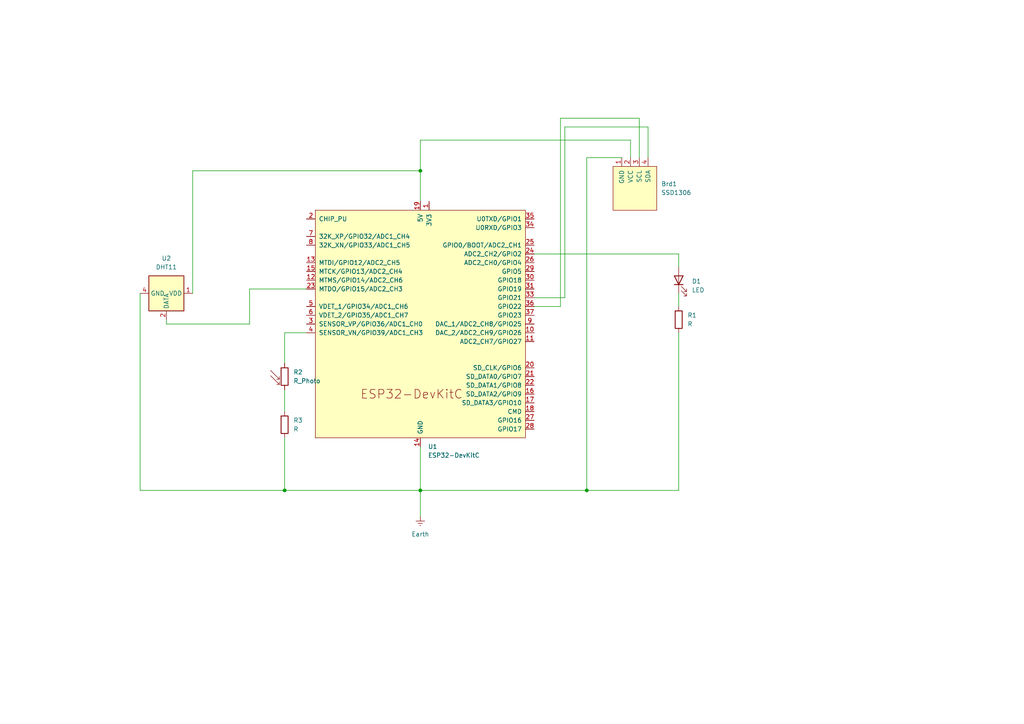
<source format=kicad_sch>
(kicad_sch (version 20231120) (generator "eeschema") (generator_version "8.0")
  (paper "A4")
  (lib_symbols
    (symbol "Device:LED" (pin_numbers hide) (pin_names (offset 1.016) hide)
      (property "Reference" "D" (at 0 2.54 0))
      (property "Value" "LED" (at 0 -2.54 0))
      (symbol "LED_0_1"
        (polyline (pts (xy -1.27 -1.27) (xy -1.27 1.27)) (stroke (width 0.254)))
        (polyline (pts (xy -1.27 0) (xy 1.27 0)))
        (polyline (pts (xy 1.27 -1.27) (xy 1.27 1.27) (xy -1.27 0) (xy 1.27 -1.27)) (stroke (width 0.254)))
        (polyline (pts (xy -3.048 -0.762) (xy -4.572 -2.286) (xy -3.81 -2.286) (xy -4.572 -2.286) (xy -4.572 -1.524)))
        (polyline (pts (xy -1.778 -0.762) (xy -3.302 -2.286) (xy -2.54 -2.286) (xy -3.302 -2.286) (xy -3.302 -1.524)))
      )
      (symbol "LED_1_1"
        (pin passive line (at -3.81 0 0) (length 2.54) (name "K") (number "1"))
        (pin passive line (at 3.81 0 180) (length 2.54) (name "A") (number "2"))
      )
    )
    (symbol "Device:R" (pin_numbers hide) (pin_names (offset 0))
      (property "Reference" "R" (at 2.032 0 90))
      (property "Value" "R" (at 0 0 90))
      (symbol "R_0_1"
        (rectangle (start -1.016 -2.54) (end 1.016 2.54) (stroke (width 0.254)))
      )
      (symbol "R_1_1"
        (pin passive line (at 0 3.81 270) (length 1.27) (name "~") (number "1"))
        (pin passive line (at 0 -3.81 90) (length 1.27) (name "~") (number "2"))
      )
    )
    (symbol "Device:R_Photo" (pin_numbers hide) (pin_names (offset 0))
      (property "Reference" "R" (at 1.27 1.27 0))
      (property "Value" "R_Photo" (at 1.27 0 0))
      (symbol "R_Photo_0_1"
        (rectangle (start -1.016 2.54) (end 1.016 -2.54) (stroke (width 0.254)))
        (polyline (pts (xy -1.524 -2.286) (xy -4.064 0.254)))
        (polyline (pts (xy -1.524 -2.286) (xy -2.286 -2.286)))
        (polyline (pts (xy -1.524 -2.286) (xy -1.524 -1.524)))
        (polyline (pts (xy -1.524 -0.762) (xy -4.064 1.778)))
        (polyline (pts (xy -1.524 -0.762) (xy -2.286 -0.762)))
        (polyline (pts (xy -1.524 -0.762) (xy -1.524 0)))
      )
      (symbol "R_Photo_1_1"
        (pin passive line (at 0 3.81 270) (length 1.27) (name "~") (number "1"))
        (pin passive line (at 0 -3.81 90) (length 1.27) (name "~") (number "2"))
      )
    )
    (symbol "PCM_Espressif:ESP32-DevKitC" (pin_names (offset 1.016))
      (property "Reference" "U" (at -30.48 38.1 0))
      (property "Value" "ESP32-DevKitC" (at -30.48 35.56 0))
      (symbol "ESP32-DevKitC_0_0"
        (text "ESP32-DevKitC" (at -2.54 -20.32 0) (effects (font (size 2.54 2.54))))
        (pin power_in line (at 0 -35.56 90) (length 2.54) (name "GND") (number "14"))
        (pin power_in line (at 0 35.56 270) (length 2.54) (name "5V") (number "19"))
      )
      (symbol "ESP32-DevKitC_0_1"
        (rectangle (start -30.48 33.02) (end 30.48 -33.02) (fill (type background)))
      )
      (symbol "ESP32-DevKitC_1_1"
        (pin power_in line (at 2.54 35.56 270) (length 2.54) (name "3V3") (number "1"))
        (pin bidirectional line (at 33.02 -2.54 180) (length 2.54) (name "DAC_2/ADC2_CH9/GPIO26") (number "10"))
        (pin bidirectional line (at 33.02 -5.08 180) (length 2.54) (name "ADC2_CH7/GPIO27") (number "11"))
        (pin bidirectional line (at -33.02 12.7 0) (length 2.54) (name "MTMS/GPIO14/ADC2_CH6") (number "12"))
        (pin bidirectional line (at -33.02 17.78 0) (length 2.54) (name "MTDI/GPIO12/ADC2_CH5") (number "13"))
        (pin bidirectional line (at -33.02 15.24 0) (length 2.54) (name "MTCK/GPIO13/ADC2_CH4") (number "15"))
        (pin bidirectional line (at 33.02 -20.32 180) (length 2.54) (name "SD_DATA2/GPIO9") (number "16"))
        (pin bidirectional line (at 33.02 -22.86 180) (length 2.54) (name "SD_DATA3/GPIO10") (number "17"))
        (pin bidirectional line (at 33.02 -25.4 180) (length 2.54) (name "CMD") (number "18"))
        (pin input line (at -33.02 30.48 0) (length 2.54) (name "CHIP_PU") (number "2"))
        (pin bidirectional line (at 33.02 -12.7 180) (length 2.54) (name "SD_CLK/GPIO6") (number "20"))
        (pin bidirectional line (at 33.02 -15.24 180) (length 2.54) (name "SD_DATA0/GPIO7") (number "21"))
        (pin bidirectional line (at 33.02 -17.78 180) (length 2.54) (name "SD_DATA1/GPIO8") (number "22"))
        (pin bidirectional line (at -33.02 10.16 0) (length 2.54) (name "MTDO/GPIO15/ADC2_CH3") (number "23"))
        (pin bidirectional line (at 33.02 20.32 180) (length 2.54) (name "ADC2_CH2/GPIO2") (number "24"))
        (pin bidirectional line (at 33.02 22.86 180) (length 2.54) (name "GPIO0/BOOT/ADC2_CH1") (number "25"))
        (pin bidirectional line (at 33.02 17.78 180) (length 2.54) (name "ADC2_CH0/GPIO4") (number "26"))
        (pin bidirectional line (at 33.02 -27.94 180) (length 2.54) (name "GPIO16") (number "27"))
        (pin bidirectional line (at 33.02 -30.48 180) (length 2.54) (name "GPIO17") (number "28"))
        (pin bidirectional line (at 33.02 15.24 180) (length 2.54) (name "GPIO5") (number "29"))
        (pin input line (at -33.02 0 0) (length 2.54) (name "SENSOR_VP/GPIO36/ADC1_CH0") (number "3"))
        (pin bidirectional line (at 33.02 12.7 180) (length 2.54) (name "GPIO18") (number "30"))
        (pin bidirectional line (at 33.02 10.16 180) (length 2.54) (name "GPIO19") (number "31"))
        (pin passive line (at 0 -35.56 90) (length 2.54) hide (name "GND") (number "32"))
        (pin bidirectional line (at 33.02 7.62 180) (length 2.54) (name "GPIO21") (number "33"))
        (pin bidirectional line (at 33.02 27.94 180) (length 2.54) (name "U0RXD/GPIO3") (number "34"))
        (pin bidirectional line (at 33.02 30.48 180) (length 2.54) (name "U0TXD/GPIO1") (number "35"))
        (pin bidirectional line (at 33.02 5.08 180) (length 2.54) (name "GPIO22") (number "36"))
        (pin bidirectional line (at 33.02 2.54 180) (length 2.54) (name "GPIO23") (number "37"))
        (pin passive line (at 0 -35.56 90) (length 2.54) hide (name "GND") (number "38"))
        (pin input line (at -33.02 -2.54 0) (length 2.54) (name "SENSOR_VN/GPIO39/ADC1_CH3") (number "4"))
        (pin input line (at -33.02 5.08 0) (length 2.54) (name "VDET_1/GPIO34/ADC1_CH6") (number "5"))
        (pin input line (at -33.02 2.54 0) (length 2.54) (name "VDET_2/GPIO35/ADC1_CH7") (number "6"))
        (pin bidirectional line (at -33.02 25.4 0) (length 2.54) (name "32K_XP/GPIO32/ADC1_CH4") (number "7"))
        (pin bidirectional line (at -33.02 22.86 0) (length 2.54) (name "32K_XN/GPIO33/ADC1_CH5") (number "8"))
        (pin bidirectional line (at 33.02 0 180) (length 2.54) (name "DAC_1/ADC2_CH8/GPIO25") (number "9"))
      )
    )
    (symbol "Sensor:DHT11"
      (property "Reference" "U" (at -3.81 6.35 0))
      (property "Value" "DHT11" (at 3.81 6.35 0))
      (symbol "DHT11_0_1"
        (rectangle (start -5.08 5.08) (end 5.08 -5.08) (stroke (width 0.254)) (fill (type background)))
      )
      (symbol "DHT11_1_1"
        (pin power_in line (at 0 7.62 270) (length 2.54) (name "VDD") (number "1"))
        (pin bidirectional line (at 7.62 0 180) (length 2.54) (name "DATA") (number "2"))
        (pin no_connect line (at -5.08 0 0) (length 2.54) hide (name "NC") (number "3"))
        (pin power_in line (at 0 -7.62 90) (length 2.54) (name "GND") (number "4"))
      )
    )
    (symbol "my symbols:SSD1306" (pin_names (offset 1.016))
      (property "Reference" "Brd" (at 0 -3.81 0))
      (property "Value" "SSD1306" (at 0 -1.27 0))
      (symbol "SSD1306_0_1"
        (rectangle (start -6.35 6.35) (end 6.35 -6.35) (fill (type background)))
      )
      (symbol "SSD1306_1_1"
        (pin input line (at -3.81 8.89 270) (length 2.54) (name "GND") (number "1"))
        (pin input line (at -1.27 8.89 270) (length 2.54) (name "VCC") (number "2"))
        (pin input line (at 1.27 8.89 270) (length 2.54) (name "SCL") (number "3"))
        (pin input line (at 3.81 8.89 270) (length 2.54) (name "SDA") (number "4"))
      )
    )
    (symbol "power:Earth" (power) (pin_numbers hide) (pin_names (offset 0) hide)
      (property "Value" "Earth" (at 0 -3.81 0))
      (symbol "Earth_0_1"
        (polyline (pts (xy -0.635 -1.905) (xy 0.635 -1.905)))
        (polyline (pts (xy -0.127 -2.54) (xy 0.127 -2.54)))
        (polyline (pts (xy 0 -1.27) (xy 0 0)))
        (polyline (pts (xy 1.27 -1.27) (xy -1.27 -1.27)))
      )
      (symbol "Earth_1_1"
        (pin power_in line (at 0 0 270) (length 0) (name "~") (number "1"))
      )
    )
  )
  (junction (at 170.18 142.24))
  (junction (at 121.92 49.53))
  (junction (at 82.55 142.24))
  (junction (at 121.92 142.24))
  (wire (pts (xy 82.55 96.52) (xy 82.55 105.41)))
  (wire (pts (xy 121.92 142.24) (xy 82.55 142.24)))
  (wire (pts (xy 187.96 36.83) (xy 163.83 36.83)))
  (wire (pts (xy 162.56 88.9) (xy 154.94 88.9)))
  (wire (pts (xy 196.85 85.09) (xy 196.85 88.9)))
  (wire (pts (xy 121.92 49.53) (xy 55.88 49.53)))
  (wire (pts (xy 182.88 40.64) (xy 182.88 45.72)))
  (wire (pts (xy 55.88 49.53) (xy 55.88 85.09)))
  (wire (pts (xy 185.42 45.72) (xy 185.42 34.29)))
  (wire (pts (xy 180.34 45.72) (xy 170.18 45.72)))
  (wire (pts (xy 170.18 45.72) (xy 170.18 142.24)))
  (wire (pts (xy 121.92 40.64) (xy 182.88 40.64)))
  (wire (pts (xy 196.85 142.24) (xy 170.18 142.24)))
  (wire (pts (xy 88.9 96.52) (xy 82.55 96.52)))
  (wire (pts (xy 48.26 93.98) (xy 48.26 92.71)))
  (wire (pts (xy 163.83 86.36) (xy 154.94 86.36)))
  (wire (pts (xy 170.18 142.24) (xy 121.92 142.24)))
  (wire (pts (xy 121.92 49.53) (xy 121.92 40.64)))
  (wire (pts (xy 72.39 83.82) (xy 72.39 93.98)))
  (wire (pts (xy 196.85 96.52) (xy 196.85 142.24)))
  (wire (pts (xy 82.55 113.03) (xy 82.55 119.38)))
  (wire (pts (xy 162.56 34.29) (xy 162.56 88.9)))
  (wire (pts (xy 72.39 93.98) (xy 48.26 93.98)))
  (wire (pts (xy 163.83 36.83) (xy 163.83 86.36)))
  (wire (pts (xy 40.64 85.09) (xy 40.64 142.24)))
  (wire (pts (xy 121.92 129.54) (xy 121.92 142.24)))
  (wire (pts (xy 185.42 34.29) (xy 162.56 34.29)))
  (wire (pts (xy 121.92 142.24) (xy 121.92 149.86)))
  (wire (pts (xy 121.92 58.42) (xy 121.92 49.53)))
  (wire (pts (xy 196.85 73.66) (xy 196.85 77.47)))
  (wire (pts (xy 154.94 73.66) (xy 196.85 73.66)))
  (wire (pts (xy 82.55 127) (xy 82.55 142.24)))
  (wire (pts (xy 40.64 142.24) (xy 82.55 142.24)))
  (wire (pts (xy 187.96 45.72) (xy 187.96 36.83)))
  (wire (pts (xy 72.39 83.82) (xy 88.9 83.82)))
  (symbol (lib_id "my symbols:SSD1306") (at 184.15 54.61 0) (unit 1)
    (property "Reference" "Brd1" (at 191.77 53.3399 0) (effects (justify left)))
    (property "Value" "SSD1306" (at 191.77 55.8799 0) (effects (justify left)))
    (property "Footprint" "SSD1306:128x64OLED" (effects (hide yes)))
    (property "Description" "SSD1306 OLED" (effects (hide yes)))
  )
  (symbol (lib_id "Device:R") (at 82.55 123.19 0) (unit 1)
    (property "Reference" "R3" (at 85.09 121.9199 0) (effects (justify left)))
    (property "Value" "R" (at 85.09 124.4599 0) (effects (justify left)))
    (property "Footprint" "Resistor_THT:R_Axial_DIN0204_L3.6mm_D1.6mm_P5.08mm_Horizontal" (effects (hide yes)))
    (property "Description" "Resistor" (effects (hide yes)))
  )
  (symbol (lib_id "power:Earth") (at 121.92 149.86 0) (unit 1)
    (property "Reference" "#PWR02" (effects (hide yes)))
    (property "Value" "Earth" (at 121.92 154.94 0))
    (property "Description" "Power symbol creates a global label with name \"Earth\"" (effects (hide yes)))
  )
  (symbol (lib_id "Sensor:DHT11") (at 48.26 85.09 270) (unit 1)
    (property "Reference" "U2" (at 48.26 74.93 90))
    (property "Value" "DHT11" (at 48.26 77.47 90))
    (property "Footprint" "Sensor:Aosong_DHT11_5.5x12.0_P2.54mm" (effects (hide yes)))
    (property "Datasheet" "http://akizukidenshi.com/download/ds/aosong/DHT11.pdf" (effects (hide yes)))
    (property "Description" "3.3V to 5.5V, temperature and humidity module, DHT11" (effects (hide yes)))
  )
  (symbol (lib_id "Device:LED") (at 196.85 81.28 90) (unit 1)
    (property "Reference" "D1" (at 200.66 81.5974 90) (effects (justify right)))
    (property "Value" "LED" (at 200.66 84.1374 90) (effects (justify right)))
    (property "Footprint" "LED_THT:LED_D3.0mm_Horizontal_O6.35mm_Z10.0mm" (effects (hide yes)))
    (property "Description" "Light emitting diode" (effects (hide yes)))
  )
  (symbol (lib_id "Device:R_Photo") (at 82.55 109.22 0) (unit 1)
    (property "Reference" "R2" (at 85.09 107.9499 0) (effects (justify left)))
    (property "Value" "R_Photo" (at 85.09 110.4899 0) (effects (justify left)))
    (property "Footprint" "OptoDevice:Osram_DIL2_4.3x4.65mm_P5.08mm" (effects (hide yes)))
    (property "Description" "Photoresistor" (effects (hide yes)))
  )
  (symbol (lib_id "Device:R") (at 196.85 92.71 0) (unit 1)
    (property "Reference" "R1" (at 199.39 91.4399 0) (effects (justify left)))
    (property "Value" "R" (at 199.39 93.9799 0) (effects (justify left)))
    (property "Footprint" "Resistor_THT:R_Axial_DIN0204_L3.6mm_D1.6mm_P7.62mm_Horizontal" (effects (hide yes)))
    (property "Description" "Resistor" (effects (hide yes)))
  )
  (symbol (lib_id "PCM_Espressif:ESP32-DevKitC") (at 121.92 93.98 0) (unit 1)
    (property "Reference" "U1" (at 124.1141 129.54 0) (effects (justify left)))
    (property "Value" "ESP32-DevKitC" (at 124.1141 132.08 0) (effects (justify left)))
    (property "Footprint" "PCM_Espressif:ESP32-DevKitC" (effects (hide yes)))
    (property "Datasheet" "https://docs.espressif.com/projects/esp-idf/zh_CN/latest/esp32/hw-reference/esp32/get-started-devkitc.html" (effects (hide yes)))
    (property "Description" "Development Kit" (effects (hide yes)))
  )
)
</source>
